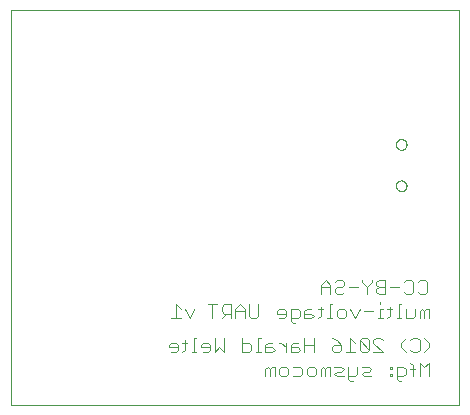
<source format=gbo>
From 29e2c271ea5be6958de2f25a7d73bf0a03b547e6 Mon Sep 17 00:00:00 2001
From: Harald Welte <laforge@gnumonks.org>
Date: Sat, 8 Oct 2016 22:06:40 +0200
Subject: mv-uart: Add generated gerber files

---
 multivoltage-uart/gerber/mv-uart.GBO | 715 +++++++++++++++++++++++++++++++++++
 1 file changed, 715 insertions(+)
 create mode 100644 multivoltage-uart/gerber/mv-uart.GBO

(limited to 'multivoltage-uart/gerber/mv-uart.GBO')

diff --git a/multivoltage-uart/gerber/mv-uart.GBO b/multivoltage-uart/gerber/mv-uart.GBO
new file mode 100644
index 0000000..ebd92a8
--- /dev/null
+++ b/multivoltage-uart/gerber/mv-uart.GBO
@@ -0,0 +1,715 @@
+G75*
+%MOIN*%
+%OFA0B0*%
+%FSLAX25Y25*%
+%IPPOS*%
+%LPD*%
+%AMOC8*
+5,1,8,0,0,1.08239X$1,22.5*
+%
+%ADD10C,0.00000*%
+%ADD11C,0.00400*%
+D10*
+X0030000Y0001800D02*
+X0030000Y0133650D01*
+X0179350Y0133650D01*
+X0179350Y0001800D01*
+X0030000Y0001800D01*
+X0158228Y0074910D02*
+X0158230Y0074994D01*
+X0158236Y0075077D01*
+X0158246Y0075160D01*
+X0158260Y0075243D01*
+X0158277Y0075325D01*
+X0158299Y0075406D01*
+X0158324Y0075485D01*
+X0158353Y0075564D01*
+X0158386Y0075641D01*
+X0158422Y0075716D01*
+X0158462Y0075790D01*
+X0158505Y0075862D01*
+X0158552Y0075931D01*
+X0158602Y0075998D01*
+X0158655Y0076063D01*
+X0158711Y0076125D01*
+X0158769Y0076185D01*
+X0158831Y0076242D01*
+X0158895Y0076295D01*
+X0158962Y0076346D01*
+X0159031Y0076393D01*
+X0159102Y0076438D01*
+X0159175Y0076478D01*
+X0159250Y0076515D01*
+X0159327Y0076549D01*
+X0159405Y0076579D01*
+X0159484Y0076605D01*
+X0159565Y0076628D01*
+X0159647Y0076646D01*
+X0159729Y0076661D01*
+X0159812Y0076672D01*
+X0159895Y0076679D01*
+X0159979Y0076682D01*
+X0160063Y0076681D01*
+X0160146Y0076676D01*
+X0160230Y0076667D01*
+X0160312Y0076654D01*
+X0160394Y0076638D01*
+X0160475Y0076617D01*
+X0160556Y0076593D01*
+X0160634Y0076565D01*
+X0160712Y0076533D01*
+X0160788Y0076497D01*
+X0160862Y0076458D01*
+X0160934Y0076416D01*
+X0161004Y0076370D01*
+X0161072Y0076321D01*
+X0161137Y0076269D01*
+X0161200Y0076214D01*
+X0161260Y0076156D01*
+X0161318Y0076095D01*
+X0161372Y0076031D01*
+X0161424Y0075965D01*
+X0161472Y0075897D01*
+X0161517Y0075826D01*
+X0161558Y0075753D01*
+X0161597Y0075679D01*
+X0161631Y0075603D01*
+X0161662Y0075525D01*
+X0161689Y0075446D01*
+X0161713Y0075365D01*
+X0161732Y0075284D01*
+X0161748Y0075202D01*
+X0161760Y0075119D01*
+X0161768Y0075035D01*
+X0161772Y0074952D01*
+X0161772Y0074868D01*
+X0161768Y0074785D01*
+X0161760Y0074701D01*
+X0161748Y0074618D01*
+X0161732Y0074536D01*
+X0161713Y0074455D01*
+X0161689Y0074374D01*
+X0161662Y0074295D01*
+X0161631Y0074217D01*
+X0161597Y0074141D01*
+X0161558Y0074067D01*
+X0161517Y0073994D01*
+X0161472Y0073923D01*
+X0161424Y0073855D01*
+X0161372Y0073789D01*
+X0161318Y0073725D01*
+X0161260Y0073664D01*
+X0161200Y0073606D01*
+X0161137Y0073551D01*
+X0161072Y0073499D01*
+X0161004Y0073450D01*
+X0160934Y0073404D01*
+X0160862Y0073362D01*
+X0160788Y0073323D01*
+X0160712Y0073287D01*
+X0160634Y0073255D01*
+X0160556Y0073227D01*
+X0160475Y0073203D01*
+X0160394Y0073182D01*
+X0160312Y0073166D01*
+X0160230Y0073153D01*
+X0160146Y0073144D01*
+X0160063Y0073139D01*
+X0159979Y0073138D01*
+X0159895Y0073141D01*
+X0159812Y0073148D01*
+X0159729Y0073159D01*
+X0159647Y0073174D01*
+X0159565Y0073192D01*
+X0159484Y0073215D01*
+X0159405Y0073241D01*
+X0159327Y0073271D01*
+X0159250Y0073305D01*
+X0159175Y0073342D01*
+X0159102Y0073382D01*
+X0159031Y0073427D01*
+X0158962Y0073474D01*
+X0158895Y0073525D01*
+X0158831Y0073578D01*
+X0158769Y0073635D01*
+X0158711Y0073695D01*
+X0158655Y0073757D01*
+X0158602Y0073822D01*
+X0158552Y0073889D01*
+X0158505Y0073958D01*
+X0158462Y0074030D01*
+X0158422Y0074104D01*
+X0158386Y0074179D01*
+X0158353Y0074256D01*
+X0158324Y0074335D01*
+X0158299Y0074414D01*
+X0158277Y0074495D01*
+X0158260Y0074577D01*
+X0158246Y0074660D01*
+X0158236Y0074743D01*
+X0158230Y0074826D01*
+X0158228Y0074910D01*
+X0158228Y0088690D02*
+X0158230Y0088774D01*
+X0158236Y0088857D01*
+X0158246Y0088940D01*
+X0158260Y0089023D01*
+X0158277Y0089105D01*
+X0158299Y0089186D01*
+X0158324Y0089265D01*
+X0158353Y0089344D01*
+X0158386Y0089421D01*
+X0158422Y0089496D01*
+X0158462Y0089570D01*
+X0158505Y0089642D01*
+X0158552Y0089711D01*
+X0158602Y0089778D01*
+X0158655Y0089843D01*
+X0158711Y0089905D01*
+X0158769Y0089965D01*
+X0158831Y0090022D01*
+X0158895Y0090075D01*
+X0158962Y0090126D01*
+X0159031Y0090173D01*
+X0159102Y0090218D01*
+X0159175Y0090258D01*
+X0159250Y0090295D01*
+X0159327Y0090329D01*
+X0159405Y0090359D01*
+X0159484Y0090385D01*
+X0159565Y0090408D01*
+X0159647Y0090426D01*
+X0159729Y0090441D01*
+X0159812Y0090452D01*
+X0159895Y0090459D01*
+X0159979Y0090462D01*
+X0160063Y0090461D01*
+X0160146Y0090456D01*
+X0160230Y0090447D01*
+X0160312Y0090434D01*
+X0160394Y0090418D01*
+X0160475Y0090397D01*
+X0160556Y0090373D01*
+X0160634Y0090345D01*
+X0160712Y0090313D01*
+X0160788Y0090277D01*
+X0160862Y0090238D01*
+X0160934Y0090196D01*
+X0161004Y0090150D01*
+X0161072Y0090101D01*
+X0161137Y0090049D01*
+X0161200Y0089994D01*
+X0161260Y0089936D01*
+X0161318Y0089875D01*
+X0161372Y0089811D01*
+X0161424Y0089745D01*
+X0161472Y0089677D01*
+X0161517Y0089606D01*
+X0161558Y0089533D01*
+X0161597Y0089459D01*
+X0161631Y0089383D01*
+X0161662Y0089305D01*
+X0161689Y0089226D01*
+X0161713Y0089145D01*
+X0161732Y0089064D01*
+X0161748Y0088982D01*
+X0161760Y0088899D01*
+X0161768Y0088815D01*
+X0161772Y0088732D01*
+X0161772Y0088648D01*
+X0161768Y0088565D01*
+X0161760Y0088481D01*
+X0161748Y0088398D01*
+X0161732Y0088316D01*
+X0161713Y0088235D01*
+X0161689Y0088154D01*
+X0161662Y0088075D01*
+X0161631Y0087997D01*
+X0161597Y0087921D01*
+X0161558Y0087847D01*
+X0161517Y0087774D01*
+X0161472Y0087703D01*
+X0161424Y0087635D01*
+X0161372Y0087569D01*
+X0161318Y0087505D01*
+X0161260Y0087444D01*
+X0161200Y0087386D01*
+X0161137Y0087331D01*
+X0161072Y0087279D01*
+X0161004Y0087230D01*
+X0160934Y0087184D01*
+X0160862Y0087142D01*
+X0160788Y0087103D01*
+X0160712Y0087067D01*
+X0160634Y0087035D01*
+X0160556Y0087007D01*
+X0160475Y0086983D01*
+X0160394Y0086962D01*
+X0160312Y0086946D01*
+X0160230Y0086933D01*
+X0160146Y0086924D01*
+X0160063Y0086919D01*
+X0159979Y0086918D01*
+X0159895Y0086921D01*
+X0159812Y0086928D01*
+X0159729Y0086939D01*
+X0159647Y0086954D01*
+X0159565Y0086972D01*
+X0159484Y0086995D01*
+X0159405Y0087021D01*
+X0159327Y0087051D01*
+X0159250Y0087085D01*
+X0159175Y0087122D01*
+X0159102Y0087162D01*
+X0159031Y0087207D01*
+X0158962Y0087254D01*
+X0158895Y0087305D01*
+X0158831Y0087358D01*
+X0158769Y0087415D01*
+X0158711Y0087475D01*
+X0158655Y0087537D01*
+X0158602Y0087602D01*
+X0158552Y0087669D01*
+X0158505Y0087738D01*
+X0158462Y0087810D01*
+X0158422Y0087884D01*
+X0158386Y0087959D01*
+X0158353Y0088036D01*
+X0158324Y0088115D01*
+X0158299Y0088194D01*
+X0158277Y0088275D01*
+X0158260Y0088357D01*
+X0158246Y0088440D01*
+X0158236Y0088523D01*
+X0158230Y0088606D01*
+X0158228Y0088690D01*
+D11*
+X0161644Y0043479D02*
+X0163179Y0043479D01*
+X0163946Y0042712D01*
+X0163946Y0039642D01*
+X0163179Y0038875D01*
+X0161644Y0038875D01*
+X0160877Y0039642D01*
+X0159342Y0041177D02*
+X0156273Y0041177D01*
+X0154738Y0041177D02*
+X0152436Y0041177D01*
+X0151669Y0040410D01*
+X0151669Y0039642D01*
+X0152436Y0038875D01*
+X0154738Y0038875D01*
+X0154738Y0043479D01*
+X0152436Y0043479D01*
+X0151669Y0042712D01*
+X0151669Y0041944D01*
+X0152436Y0041177D01*
+X0150134Y0042712D02*
+X0148600Y0041177D01*
+X0148600Y0038875D01*
+X0148600Y0041177D02*
+X0147065Y0042712D01*
+X0147065Y0043479D01*
+X0145530Y0041177D02*
+X0142461Y0041177D01*
+X0140926Y0041944D02*
+X0140926Y0042712D01*
+X0140159Y0043479D01*
+X0138624Y0043479D01*
+X0137857Y0042712D01*
+X0136323Y0041944D02*
+X0134788Y0043479D01*
+X0133253Y0041944D01*
+X0133253Y0038875D01*
+X0133253Y0041177D02*
+X0136323Y0041177D01*
+X0136323Y0041944D02*
+X0136323Y0038875D01*
+X0137857Y0039642D02*
+X0138624Y0038875D01*
+X0140159Y0038875D01*
+X0140926Y0039642D01*
+X0140159Y0041177D02*
+X0138624Y0041177D01*
+X0137857Y0040410D01*
+X0137857Y0039642D01*
+X0140159Y0041177D02*
+X0140926Y0041944D01*
+X0136948Y0035354D02*
+X0136180Y0035354D01*
+X0136180Y0030750D01*
+X0135413Y0030750D02*
+X0136948Y0030750D01*
+X0138482Y0031517D02*
+X0138482Y0033052D01*
+X0139250Y0033819D01*
+X0140784Y0033819D01*
+X0141551Y0033052D01*
+X0141551Y0031517D01*
+X0140784Y0030750D01*
+X0139250Y0030750D01*
+X0138482Y0031517D01*
+X0143086Y0033819D02*
+X0144621Y0030750D01*
+X0146155Y0033819D01*
+X0147690Y0033052D02*
+X0150759Y0033052D01*
+X0153061Y0033819D02*
+X0153061Y0030750D01*
+X0152294Y0030750D02*
+X0153829Y0030750D01*
+X0155363Y0030750D02*
+X0156131Y0031517D01*
+X0156131Y0034587D01*
+X0156898Y0033819D02*
+X0155363Y0033819D01*
+X0153829Y0033819D02*
+X0153061Y0033819D01*
+X0153061Y0035354D02*
+X0153061Y0036121D01*
+X0159200Y0035354D02*
+X0159200Y0030750D01*
+X0159967Y0030750D02*
+X0158433Y0030750D01*
+X0161502Y0030750D02*
+X0161502Y0033819D01*
+X0159967Y0035354D02*
+X0159200Y0035354D01*
+X0161502Y0030750D02*
+X0163804Y0030750D01*
+X0164571Y0031517D01*
+X0164571Y0033819D01*
+X0166106Y0033052D02*
+X0166106Y0030750D01*
+X0167640Y0030750D02*
+X0167640Y0033052D01*
+X0166873Y0033819D01*
+X0166106Y0033052D01*
+X0167640Y0033052D02*
+X0168408Y0033819D01*
+X0169175Y0033819D01*
+X0169175Y0030750D01*
+X0167640Y0024104D02*
+X0169175Y0022569D01*
+X0169175Y0021035D01*
+X0167640Y0019500D01*
+X0166106Y0020267D02*
+X0165338Y0019500D01*
+X0163804Y0019500D01*
+X0163036Y0020267D01*
+X0161502Y0019500D02*
+X0159967Y0021035D01*
+X0159967Y0022569D01*
+X0161502Y0024104D01*
+X0163036Y0023337D02*
+X0163804Y0024104D01*
+X0165338Y0024104D01*
+X0166106Y0023337D01*
+X0166106Y0020267D01*
+X0166106Y0015979D02*
+X0166106Y0011375D01*
+X0169175Y0011375D02*
+X0169175Y0015979D01*
+X0167640Y0014444D01*
+X0166106Y0015979D01*
+X0164571Y0013677D02*
+X0163036Y0013677D01*
+X0161502Y0013677D02*
+X0161502Y0012142D01*
+X0160734Y0011375D01*
+X0158433Y0011375D01*
+X0158433Y0010608D02*
+X0158433Y0014444D01*
+X0160734Y0014444D01*
+X0161502Y0013677D01*
+X0163804Y0015212D02*
+X0163036Y0015979D01*
+X0163804Y0015212D02*
+X0163804Y0011375D01*
+X0159967Y0009840D02*
+X0159200Y0009840D01*
+X0158433Y0010608D01*
+X0156898Y0011375D02*
+X0156898Y0012142D01*
+X0156131Y0012142D01*
+X0156131Y0011375D01*
+X0156898Y0011375D01*
+X0156898Y0013677D02*
+X0156131Y0013677D01*
+X0156131Y0014444D01*
+X0156898Y0014444D01*
+X0156898Y0013677D01*
+X0153829Y0019500D02*
+X0150759Y0019500D01*
+X0149225Y0020267D02*
+X0146155Y0023337D01*
+X0146155Y0020267D01*
+X0146923Y0019500D01*
+X0148457Y0019500D01*
+X0149225Y0020267D01*
+X0149225Y0023337D01*
+X0148457Y0024104D01*
+X0146923Y0024104D01*
+X0146155Y0023337D01*
+X0144621Y0022569D02*
+X0143086Y0024104D01*
+X0143086Y0019500D01*
+X0144621Y0019500D02*
+X0141551Y0019500D01*
+X0140017Y0020267D02*
+X0139250Y0019500D01*
+X0137715Y0019500D01*
+X0136948Y0020267D01*
+X0136948Y0021035D01*
+X0137715Y0021802D01*
+X0140017Y0021802D01*
+X0140017Y0020267D01*
+X0140017Y0021802D02*
+X0138482Y0023337D01*
+X0136948Y0024104D01*
+X0130809Y0024104D02*
+X0130809Y0019500D01*
+X0130809Y0021802D02*
+X0127740Y0021802D01*
+X0126205Y0020267D02*
+X0125438Y0021035D01*
+X0123136Y0021035D01*
+X0123136Y0021802D02*
+X0123136Y0019500D01*
+X0125438Y0019500D01*
+X0126205Y0020267D01*
+X0127740Y0019500D02*
+X0127740Y0024104D01*
+X0125438Y0022569D02*
+X0123903Y0022569D01*
+X0123136Y0021802D01*
+X0121601Y0022569D02*
+X0121601Y0019500D01*
+X0121601Y0021035D02*
+X0120066Y0022569D01*
+X0119299Y0022569D01*
+X0116997Y0022569D02*
+X0115463Y0022569D01*
+X0114695Y0021802D01*
+X0114695Y0019500D01*
+X0116997Y0019500D01*
+X0117765Y0020267D01*
+X0116997Y0021035D01*
+X0114695Y0021035D01*
+X0113161Y0019500D02*
+X0111626Y0019500D01*
+X0112393Y0019500D02*
+X0112393Y0024104D01*
+X0113161Y0024104D01*
+X0110091Y0021802D02*
+X0109324Y0022569D01*
+X0107022Y0022569D01*
+X0107022Y0024104D02*
+X0107022Y0019500D01*
+X0109324Y0019500D01*
+X0110091Y0020267D01*
+X0110091Y0021802D01*
+X0100883Y0024104D02*
+X0100883Y0019500D01*
+X0099349Y0021035D01*
+X0097814Y0019500D01*
+X0097814Y0024104D01*
+X0095512Y0022569D02*
+X0093978Y0022569D01*
+X0093210Y0021802D01*
+X0093210Y0021035D01*
+X0096280Y0021035D01*
+X0096280Y0021802D02*
+X0096280Y0020267D01*
+X0095512Y0019500D01*
+X0093978Y0019500D01*
+X0091676Y0019500D02*
+X0090141Y0019500D01*
+X0090908Y0019500D02*
+X0090908Y0024104D01*
+X0091676Y0024104D01*
+X0088606Y0022569D02*
+X0087072Y0022569D01*
+X0087839Y0023337D02*
+X0087839Y0020267D01*
+X0087072Y0019500D01*
+X0085537Y0020267D02*
+X0085537Y0021802D01*
+X0084770Y0022569D01*
+X0083235Y0022569D01*
+X0082468Y0021802D01*
+X0082468Y0021035D01*
+X0085537Y0021035D01*
+X0085537Y0020267D02*
+X0084770Y0019500D01*
+X0083235Y0019500D01*
+X0095512Y0022569D02*
+X0096280Y0021802D01*
+X0097047Y0030750D02*
+X0097047Y0035354D01*
+X0098582Y0035354D02*
+X0095512Y0035354D01*
+X0100116Y0034587D02*
+X0100116Y0033052D01*
+X0100883Y0032285D01*
+X0103185Y0032285D01*
+X0101651Y0032285D02*
+X0100116Y0030750D01*
+X0103185Y0030750D02*
+X0103185Y0035354D01*
+X0100883Y0035354D01*
+X0100116Y0034587D01*
+X0104720Y0033819D02*
+X0104720Y0030750D01*
+X0107789Y0030750D02*
+X0107789Y0033819D01*
+X0106255Y0035354D01*
+X0104720Y0033819D01*
+X0104720Y0033052D02*
+X0107789Y0033052D01*
+X0109324Y0031517D02*
+X0109324Y0035354D01*
+X0112393Y0035354D02*
+X0112393Y0031517D01*
+X0111626Y0030750D01*
+X0110091Y0030750D01*
+X0109324Y0031517D01*
+X0118532Y0032285D02*
+X0121601Y0032285D01*
+X0121601Y0033052D02*
+X0121601Y0031517D01*
+X0120834Y0030750D01*
+X0119299Y0030750D01*
+X0118532Y0032285D02*
+X0118532Y0033052D01*
+X0119299Y0033819D01*
+X0120834Y0033819D01*
+X0121601Y0033052D01*
+X0123136Y0033819D02*
+X0125438Y0033819D01*
+X0126205Y0033052D01*
+X0126205Y0031517D01*
+X0125438Y0030750D01*
+X0123136Y0030750D01*
+X0123136Y0029983D02*
+X0123136Y0033819D01*
+X0123136Y0029983D02*
+X0123903Y0029215D01*
+X0124670Y0029215D01*
+X0127740Y0030750D02*
+X0130042Y0030750D01*
+X0130809Y0031517D01*
+X0130042Y0032285D01*
+X0127740Y0032285D01*
+X0127740Y0033052D02*
+X0127740Y0030750D01*
+X0127740Y0033052D02*
+X0128507Y0033819D01*
+X0130042Y0033819D01*
+X0132344Y0033819D02*
+X0133878Y0033819D01*
+X0133111Y0034587D02*
+X0133111Y0031517D01*
+X0132344Y0030750D01*
+X0150759Y0023337D02*
+X0150759Y0022569D01*
+X0153829Y0019500D01*
+X0153829Y0023337D02*
+X0153061Y0024104D01*
+X0151527Y0024104D01*
+X0150759Y0023337D01*
+X0149225Y0014444D02*
+X0146923Y0014444D01*
+X0145388Y0014444D02*
+X0145388Y0012142D01*
+X0144621Y0011375D01*
+X0142319Y0011375D01*
+X0142319Y0010608D02*
+X0143086Y0009840D01*
+X0143853Y0009840D01*
+X0142319Y0010608D02*
+X0142319Y0014444D01*
+X0140784Y0013677D02*
+X0140017Y0012910D01*
+X0138482Y0012910D01*
+X0137715Y0012142D01*
+X0138482Y0011375D01*
+X0140784Y0011375D01*
+X0140784Y0013677D02*
+X0140017Y0014444D01*
+X0137715Y0014444D01*
+X0136180Y0014444D02*
+X0135413Y0014444D01*
+X0134646Y0013677D01*
+X0133878Y0014444D01*
+X0133111Y0013677D01*
+X0133111Y0011375D01*
+X0134646Y0011375D02*
+X0134646Y0013677D01*
+X0136180Y0014444D02*
+X0136180Y0011375D01*
+X0131576Y0012142D02*
+X0130809Y0011375D01*
+X0129274Y0011375D01*
+X0128507Y0012142D01*
+X0128507Y0013677D01*
+X0129274Y0014444D01*
+X0130809Y0014444D01*
+X0131576Y0013677D01*
+X0131576Y0012142D01*
+X0126972Y0012142D02*
+X0126972Y0013677D01*
+X0126205Y0014444D01*
+X0123903Y0014444D01*
+X0122368Y0013677D02*
+X0122368Y0012142D01*
+X0121601Y0011375D01*
+X0120066Y0011375D01*
+X0119299Y0012142D01*
+X0119299Y0013677D01*
+X0120066Y0014444D01*
+X0121601Y0014444D01*
+X0122368Y0013677D01*
+X0123903Y0011375D02*
+X0126205Y0011375D01*
+X0126972Y0012142D01*
+X0117765Y0011375D02*
+X0117765Y0014444D01*
+X0116997Y0014444D01*
+X0116230Y0013677D01*
+X0115463Y0014444D01*
+X0114695Y0013677D01*
+X0114695Y0011375D01*
+X0116230Y0011375D02*
+X0116230Y0013677D01*
+X0089515Y0030750D02*
+X0091050Y0033819D01*
+X0087981Y0033819D02*
+X0089515Y0030750D01*
+X0086446Y0030750D02*
+X0083377Y0030750D01*
+X0084911Y0030750D02*
+X0084911Y0035354D01*
+X0086446Y0033819D01*
+X0146923Y0012142D02*
+X0147690Y0012910D01*
+X0149225Y0012910D01*
+X0149992Y0013677D01*
+X0149225Y0014444D01*
+X0149992Y0011375D02*
+X0147690Y0011375D01*
+X0146923Y0012142D01*
+X0166248Y0038875D02*
+X0165481Y0039642D01*
+X0166248Y0038875D02*
+X0167783Y0038875D01*
+X0168550Y0039642D01*
+X0168550Y0042712D01*
+X0167783Y0043479D01*
+X0166248Y0043479D01*
+X0165481Y0042712D01*
+X0161644Y0043479D02*
+X0160877Y0042712D01*
+X0150134Y0042712D02*
+X0150134Y0043479D01*
+M02*
-- 
cgit v1.2.3


</source>
